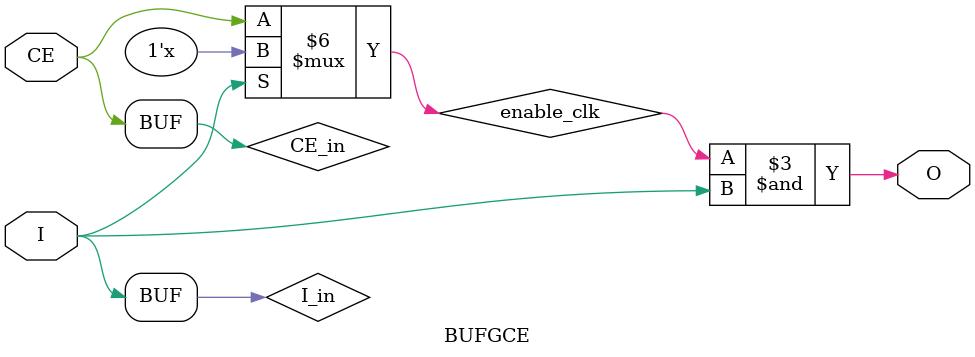
<source format=v>

`timescale 1 ps / 1 ps


module BUFGCE (
  output O,

  input CE,
  input I
);

  assign CE_in = CE; // rv 1
  assign I_in = I;

  reg enable_clk = 1'b1;

  always @(I_in or CE_in) begin
    if (~I_in)
      enable_clk = CE_in;
  end

  assign O = enable_clk & I_in;

endmodule

</source>
